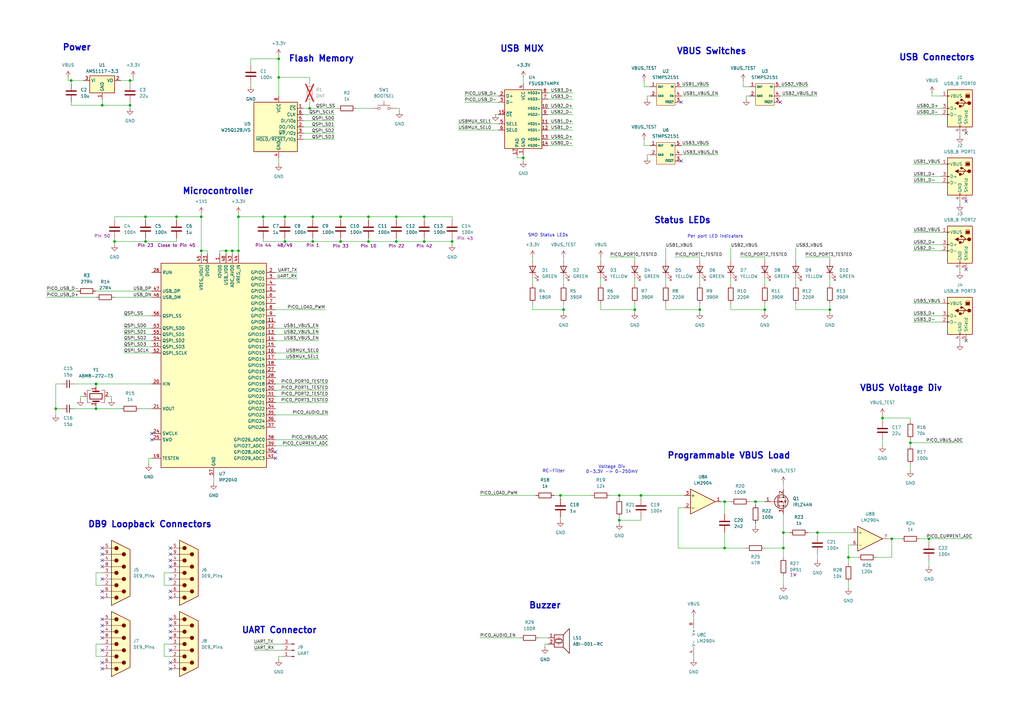
<source format=kicad_sch>
(kicad_sch (version 20250114) (generator "eeschema") (generator_version "9.0")
  (paper "A3")
  (text "DB9 Loopback Connectors" (at 61.468 215.138 0) (effects (font (size 2.54 2.54) (thickness 0.508) (bold yes))))
  (text "Microcontroller" (at 89.408 78.486 0) (effects (font (size 2.54 2.54) (thickness 0.508) (bold yes))))
  (text "Voltage Div\n0-3.3V -> 0-250mV" (at 250.952 192.532 0) (effects (font (size 1.27 1.27))))
  (text "VBUS Switches" (at 291.846 21.082 0) (effects (font (size 2.54 2.54) (thickness 0.508) (bold yes))))
  (text "Per port LED indicators" (at 293.37 97.028 0) (effects (font (size 1.27 1.27))))
  (text "Programmable VBUS Load" (at 298.958 186.944 0) (effects (font (size 2.54 2.54) (thickness 0.508) (bold yes))))
  (text "Power" (at 31.496 19.558 0) (effects (font (size 2.54 2.54) (thickness 0.508) (bold yes))))
  (text "RC-Filter" (at 227.076 193.294 0) (effects (font (size 1.27 1.27))))
  (text "SMD Status LEDs" (at 224.79 96.52 0) (effects (font (size 1.27 1.27))))
  (text "Buzzer" (at 223.52 248.412 0) (effects (font (size 2.54 2.54) (thickness 0.508) (bold yes))))
  (text "Flash Memory" (at 131.826 24.13 0) (effects (font (size 2.54 2.54) (thickness 0.508) (bold yes))))
  (text "Status LEDs" (at 279.908 90.424 0) (effects (font (size 2.54 2.54) (thickness 0.508) (bold yes))))
  (text "USB MUX" (at 214.122 20.066 0) (effects (font (size 2.54 2.54) (thickness 0.508) (bold yes))))
  (text "VBUS Voltage Div" (at 369.57 159.258 0) (effects (font (size 2.54 2.54) (thickness 0.508) (bold yes))))
  (text "UART Connector" (at 114.554 258.572 0) (effects (font (size 2.54 2.54) (thickness 0.508) (bold yes))))
  (text "USB Connectors" (at 384.302 23.622 0) (effects (font (size 2.54 2.54) (thickness 0.508) (bold yes))))
  (junction (at 82.55 102.87))
  (junction (at 97.79 88.9))
  (junction (at 173.99 99.06))
  (junction (at 231.14 127))
  (junction (at 116.84 99.06))
  (junction (at 321.31 218.44))
  (junction (at 92.71 102.87))
  (junction (at 262.89 203.2))
  (junction (at 72.39 88.9))
  (junction (at 335.28 218.44))
  (junction (at 173.99 88.9))
  (junction (at 287.02 127))
  (junction (at 162.56 99.06))
  (junction (at 254 213.36))
  (junction (at 53.34 43.18))
  (junction (at 381 220.98))
  (junction (at 114.3 24.13))
  (junction (at 151.13 88.9))
  (junction (at 128.27 99.06))
  (junction (at 365.76 220.98))
  (junction (at 39.37 167.64))
  (junction (at 97.79 102.87))
  (junction (at 41.91 43.18))
  (junction (at 297.18 205.74))
  (junction (at 297.18 224.79))
  (junction (at 139.7 88.9))
  (junction (at 313.69 127))
  (junction (at 347.98 228.6))
  (junction (at 162.56 88.9))
  (junction (at 107.95 88.9))
  (junction (at 151.13 99.06))
  (junction (at 373.38 181.61))
  (junction (at 82.55 88.9))
  (junction (at 22.86 167.64))
  (junction (at 260.35 127))
  (junction (at 114.3 31.75))
  (junction (at 185.42 99.06))
  (junction (at 53.34 33.02))
  (junction (at 46.99 99.06))
  (junction (at 59.69 99.06))
  (junction (at 321.31 224.79))
  (junction (at 340.36 127))
  (junction (at 214.63 64.77))
  (junction (at 127 44.45))
  (junction (at 139.7 99.06))
  (junction (at 39.37 157.48))
  (junction (at 29.21 33.02))
  (junction (at 59.69 88.9))
  (junction (at 128.27 88.9))
  (junction (at 254 203.2))
  (junction (at 229.87 203.2))
  (junction (at 361.95 171.45))
  (junction (at 116.84 88.9))
  (junction (at 309.88 205.74))
  (junction (at 95.25 102.87))
  (no_connect (at 41.91 271.78))
  (no_connect (at 69.85 245.11))
  (no_connect (at 62.23 180.34))
  (no_connect (at 279.4 41.91))
  (no_connect (at 41.91 261.62))
  (no_connect (at 69.85 256.54))
  (no_connect (at 69.85 224.79))
  (no_connect (at 69.85 271.78))
  (no_connect (at 279.4 66.04))
  (no_connect (at 396.24 54.61))
  (no_connect (at 320.04 41.91))
  (no_connect (at 69.85 259.08))
  (no_connect (at 69.85 254))
  (no_connect (at 41.91 242.57))
  (no_connect (at 113.03 185.42))
  (no_connect (at 41.91 256.54))
  (no_connect (at 41.91 232.41))
  (no_connect (at 41.91 245.11))
  (no_connect (at 41.91 227.33))
  (no_connect (at 69.85 266.7))
  (no_connect (at 69.85 237.49))
  (no_connect (at 113.03 187.96))
  (no_connect (at 41.91 224.79))
  (no_connect (at 69.85 229.87))
  (no_connect (at 41.91 229.87))
  (no_connect (at 69.85 261.62))
  (no_connect (at 41.91 266.7))
  (no_connect (at 396.24 110.49))
  (no_connect (at 396.24 82.55))
  (no_connect (at 41.91 274.32))
  (no_connect (at 69.85 232.41))
  (no_connect (at 69.85 274.32))
  (no_connect (at 62.23 177.8))
  (no_connect (at 41.91 237.49))
  (no_connect (at 41.91 259.08))
  (no_connect (at 396.24 139.7))
  (no_connect (at 69.85 242.57))
  (no_connect (at 41.91 254))
  (no_connect (at 69.85 227.33))
  (wire (pts (xy 67.31 269.24) (xy 69.85 269.24)))
  (wire (pts (xy 266.7 59.69) (xy 264.16 59.69)))
  (wire (pts (xy 231.14 105.41) (xy 231.14 106.68)))
  (wire (pts (xy 25.4 167.64) (xy 22.86 167.64)))
  (wire (pts (xy 361.95 171.45) (xy 361.95 172.72)))
  (wire (pts (xy 250.19 203.2) (xy 254 203.2)))
  (wire (pts (xy 29.21 43.18) (xy 41.91 43.18)))
  (wire (pts (xy 313.69 105.41) (xy 313.69 106.68)))
  (wire (pts (xy 287.02 105.41) (xy 287.02 106.68)))
  (wire (pts (xy 265.43 39.37) (xy 265.43 40.64)))
  (wire (pts (xy 115.57 269.24) (xy 114.3 269.24)))
  (wire (pts (xy 151.13 88.9) (xy 162.56 88.9)))
  (wire (pts (xy 303.53 105.41) (xy 313.69 105.41)))
  (wire (pts (xy 340.36 105.41) (xy 340.36 106.68)))
  (wire (pts (xy 361.95 180.34) (xy 361.95 182.88)))
  (wire (pts (xy 113.03 160.02) (xy 134.62 160.02)))
  (wire (pts (xy 29.21 33.02) (xy 34.29 33.02)))
  (wire (pts (xy 224.79 264.16) (xy 223.52 264.16)))
  (wire (pts (xy 190.5 39.37) (xy 204.47 39.37)))
  (wire (pts (xy 260.35 114.3) (xy 260.35 116.84)))
  (wire (pts (xy 299.72 101.6) (xy 299.72 106.68)))
  (wire (pts (xy 260.35 124.46) (xy 260.35 127)))
  (wire (pts (xy 116.84 88.9) (xy 116.84 90.17)))
  (wire (pts (xy 173.99 97.79) (xy 173.99 99.06)))
  (wire (pts (xy 41.91 40.64) (xy 41.91 43.18)))
  (wire (pts (xy 374.65 100.33) (xy 386.08 100.33)))
  (wire (pts (xy 278.13 224.79) (xy 297.18 224.79)))
  (wire (pts (xy 124.46 46.99) (xy 137.16 46.99)))
  (wire (pts (xy 104.14 266.7) (xy 115.57 266.7)))
  (wire (pts (xy 254 212.09) (xy 254 213.36)))
  (wire (pts (xy 22.86 167.64) (xy 22.86 170.18)))
  (wire (pts (xy 113.03 114.3) (xy 121.92 114.3)))
  (wire (pts (xy 373.38 181.61) (xy 373.38 182.88)))
  (wire (pts (xy 218.44 105.41) (xy 218.44 106.68)))
  (wire (pts (xy 340.36 127) (xy 340.36 128.27)))
  (wire (pts (xy 374.65 129.54) (xy 386.08 129.54)))
  (wire (pts (xy 254 213.36) (xy 254 214.63)))
  (wire (pts (xy 212.09 63.5) (xy 212.09 64.77)))
  (wire (pts (xy 72.39 97.79) (xy 72.39 99.06)))
  (wire (pts (xy 173.99 88.9) (xy 185.42 88.9)))
  (wire (pts (xy 299.72 124.46) (xy 299.72 127)))
  (wire (pts (xy 107.95 97.79) (xy 107.95 99.06)))
  (wire (pts (xy 196.85 261.62) (xy 213.36 261.62)))
  (wire (pts (xy 128.27 88.9) (xy 139.7 88.9)))
  (wire (pts (xy 92.71 102.87) (xy 92.71 104.14)))
  (wire (pts (xy 214.63 63.5) (xy 214.63 64.77)))
  (wire (pts (xy 87.63 195.58) (xy 87.63 198.12)))
  (wire (pts (xy 231.14 124.46) (xy 231.14 127)))
  (wire (pts (xy 196.85 203.2) (xy 219.71 203.2)))
  (wire (pts (xy 67.31 264.16) (xy 67.31 269.24)))
  (wire (pts (xy 124.46 49.53) (xy 137.16 49.53)))
  (wire (pts (xy 85.09 104.14) (xy 85.09 102.87)))
  (wire (pts (xy 229.87 203.2) (xy 242.57 203.2)))
  (wire (pts (xy 347.98 223.52) (xy 349.25 223.52)))
  (wire (pts (xy 102.87 24.13) (xy 102.87 26.67)))
  (wire (pts (xy 185.42 99.06) (xy 185.42 97.79)))
  (wire (pts (xy 124.46 44.45) (xy 127 44.45)))
  (wire (pts (xy 41.91 234.95) (xy 39.37 234.95)))
  (wire (pts (xy 173.99 88.9) (xy 173.99 90.17)))
  (wire (pts (xy 347.98 238.76) (xy 347.98 241.3)))
  (wire (pts (xy 321.31 218.44) (xy 323.85 218.44)))
  (wire (pts (xy 97.79 87.63) (xy 97.79 88.9)))
  (wire (pts (xy 382.27 38.1) (xy 382.27 39.37)))
  (wire (pts (xy 173.99 99.06) (xy 185.42 99.06)))
  (wire (pts (xy 127 34.29) (xy 127 31.75)))
  (wire (pts (xy 393.7 139.7) (xy 393.7 140.97)))
  (wire (pts (xy 234.95 46.99) (xy 224.79 46.99)))
  (wire (pts (xy 214.63 31.75) (xy 214.63 34.29)))
  (wire (pts (xy 374.65 102.87) (xy 386.08 102.87)))
  (wire (pts (xy 114.3 64.77) (xy 114.3 67.31)))
  (wire (pts (xy 393.7 54.61) (xy 393.7 55.88)))
  (wire (pts (xy 321.31 218.44) (xy 321.31 224.79)))
  (wire (pts (xy 104.14 264.16) (xy 115.57 264.16)))
  (wire (pts (xy 313.69 124.46) (xy 313.69 127)))
  (wire (pts (xy 227.33 203.2) (xy 229.87 203.2)))
  (wire (pts (xy 313.69 114.3) (xy 313.69 116.84)))
  (wire (pts (xy 39.37 269.24) (xy 41.91 269.24)))
  (wire (pts (xy 262.89 203.2) (xy 280.67 203.2)))
  (wire (pts (xy 113.03 147.32) (xy 130.81 147.32)))
  (wire (pts (xy 53.34 41.91) (xy 53.34 43.18)))
  (wire (pts (xy 46.99 99.06) (xy 46.99 97.79)))
  (wire (pts (xy 127 31.75) (xy 114.3 31.75)))
  (wire (pts (xy 295.91 205.74) (xy 297.18 205.74)))
  (wire (pts (xy 297.18 218.44) (xy 297.18 224.79)))
  (wire (pts (xy 128.27 99.06) (xy 139.7 99.06)))
  (wire (pts (xy 59.69 99.06) (xy 46.99 99.06)))
  (wire (pts (xy 29.21 41.91) (xy 29.21 43.18)))
  (wire (pts (xy 113.03 127) (xy 133.35 127)))
  (wire (pts (xy 49.53 33.02) (xy 53.34 33.02)))
  (wire (pts (xy 92.71 102.87) (xy 95.25 102.87)))
  (wire (pts (xy 46.99 88.9) (xy 46.99 90.17)))
  (wire (pts (xy 57.15 167.64) (xy 62.23 167.64)))
  (wire (pts (xy 151.13 88.9) (xy 151.13 90.17)))
  (wire (pts (xy 163.83 44.45) (xy 163.83 45.72)))
  (wire (pts (xy 114.3 31.75) (xy 114.3 24.13)))
  (wire (pts (xy 59.69 88.9) (xy 46.99 88.9)))
  (wire (pts (xy 114.3 269.24) (xy 114.3 270.51)))
  (wire (pts (xy 113.03 139.7) (xy 130.81 139.7)))
  (wire (pts (xy 246.38 124.46) (xy 246.38 127)))
  (wire (pts (xy 97.79 88.9) (xy 107.95 88.9)))
  (wire (pts (xy 29.21 34.29) (xy 29.21 33.02)))
  (wire (pts (xy 321.31 198.12) (xy 321.31 200.66)))
  (wire (pts (xy 340.36 114.3) (xy 340.36 116.84)))
  (wire (pts (xy 231.14 127) (xy 231.14 128.27)))
  (wire (pts (xy 30.48 167.64) (xy 39.37 167.64)))
  (wire (pts (xy 299.72 127) (xy 313.69 127)))
  (wire (pts (xy 62.23 187.96) (xy 60.96 187.96)))
  (wire (pts (xy 44.45 162.56) (xy 45.72 162.56)))
  (wire (pts (xy 273.05 124.46) (xy 273.05 127)))
  (wire (pts (xy 39.37 167.64) (xy 39.37 166.37)))
  (wire (pts (xy 365.76 228.6) (xy 359.41 228.6)))
  (wire (pts (xy 113.03 182.88) (xy 134.62 182.88)))
  (wire (pts (xy 33.02 162.56) (xy 33.02 163.83)))
  (wire (pts (xy 102.87 34.29) (xy 102.87 35.56)))
  (wire (pts (xy 54.61 31.75) (xy 54.61 33.02)))
  (wire (pts (xy 19.05 119.38) (xy 31.75 119.38)))
  (wire (pts (xy 85.09 102.87) (xy 82.55 102.87)))
  (wire (pts (xy 365.76 220.98) (xy 365.76 228.6)))
  (wire (pts (xy 321.31 210.82) (xy 321.31 218.44)))
  (wire (pts (xy 39.37 157.48) (xy 39.37 158.75)))
  (wire (pts (xy 151.13 97.79) (xy 151.13 99.06)))
  (wire (pts (xy 266.7 35.56) (xy 264.16 35.56)))
  (wire (pts (xy 307.34 35.56) (xy 304.8 35.56)))
  (wire (pts (xy 279.4 63.5) (xy 294.64 63.5)))
  (wire (pts (xy 273.05 127) (xy 287.02 127)))
  (wire (pts (xy 114.3 24.13) (xy 102.87 24.13)))
  (wire (pts (xy 72.39 99.06) (xy 59.69 99.06)))
  (wire (pts (xy 60.96 187.96) (xy 60.96 190.5)))
  (wire (pts (xy 373.38 190.5) (xy 373.38 193.04)))
  (wire (pts (xy 284.48 252.73) (xy 284.48 254)))
  (wire (pts (xy 116.84 88.9) (xy 128.27 88.9)))
  (wire (pts (xy 284.48 269.24) (xy 284.48 270.51)))
  (wire (pts (xy 39.37 157.48) (xy 62.23 157.48)))
  (wire (pts (xy 234.95 53.34) (xy 224.79 53.34)))
  (wire (pts (xy 69.85 264.16) (xy 67.31 264.16)))
  (wire (pts (xy 187.96 53.34) (xy 204.47 53.34)))
  (wire (pts (xy 234.95 57.15) (xy 224.79 57.15)))
  (wire (pts (xy 279.4 59.69) (xy 290.83 59.69)))
  (wire (pts (xy 128.27 97.79) (xy 128.27 99.06)))
  (wire (pts (xy 139.7 88.9) (xy 139.7 90.17)))
  (wire (pts (xy 53.34 43.18) (xy 53.34 44.45)))
  (wire (pts (xy 304.8 35.56) (xy 304.8 33.02)))
  (wire (pts (xy 220.98 261.62) (xy 224.79 261.62)))
  (wire (pts (xy 373.38 171.45) (xy 373.38 172.72)))
  (wire (pts (xy 331.47 218.44) (xy 335.28 218.44)))
  (wire (pts (xy 262.89 213.36) (xy 262.89 212.09)))
  (wire (pts (xy 116.84 97.79) (xy 116.84 99.06)))
  (wire (pts (xy 313.69 224.79) (xy 321.31 224.79)))
  (wire (pts (xy 45.72 162.56) (xy 45.72 163.83)))
  (wire (pts (xy 162.56 88.9) (xy 162.56 90.17)))
  (wire (pts (xy 309.88 214.63) (xy 309.88 215.9)))
  (wire (pts (xy 279.4 35.56) (xy 290.83 35.56)))
  (wire (pts (xy 273.05 101.6) (xy 273.05 106.68)))
  (wire (pts (xy 27.94 33.02) (xy 29.21 33.02)))
  (wire (pts (xy 365.76 220.98) (xy 369.57 220.98)))
  (wire (pts (xy 382.27 39.37) (xy 386.08 39.37)))
  (wire (pts (xy 374.65 74.93) (xy 386.08 74.93)))
  (wire (pts (xy 72.39 88.9) (xy 72.39 90.17)))
  (wire (pts (xy 46.99 99.06) (xy 46.99 100.33)))
  (wire (pts (xy 330.2 105.41) (xy 340.36 105.41)))
  (wire (pts (xy 97.79 88.9) (xy 97.79 102.87)))
  (wire (pts (xy 297.18 205.74) (xy 297.18 210.82)))
  (wire (pts (xy 374.65 72.39) (xy 386.08 72.39)))
  (wire (pts (xy 107.95 88.9) (xy 116.84 88.9)))
  (wire (pts (xy 287.02 124.46) (xy 287.02 127)))
  (wire (pts (xy 393.7 110.49) (xy 393.7 111.76)))
  (wire (pts (xy 266.7 63.5) (xy 265.43 63.5)))
  (wire (pts (xy 97.79 102.87) (xy 97.79 104.14)))
  (wire (pts (xy 326.39 127) (xy 340.36 127)))
  (wire (pts (xy 162.56 88.9) (xy 173.99 88.9)))
  (wire (pts (xy 313.69 127) (xy 313.69 128.27)))
  (wire (pts (xy 62.23 137.16) (xy 50.8 137.16)))
  (wire (pts (xy 234.95 38.1) (xy 224.79 38.1)))
  (wire (pts (xy 320.04 39.37) (xy 335.28 39.37)))
  (wire (pts (xy 46.99 121.92) (xy 62.23 121.92)))
  (wire (pts (xy 306.07 39.37) (xy 306.07 40.64)))
  (wire (pts (xy 27.94 31.75) (xy 27.94 33.02)))
  (wire (pts (xy 297.18 224.79) (xy 306.07 224.79)))
  (wire (pts (xy 375.92 46.99) (xy 386.08 46.99)))
  (wire (pts (xy 124.46 52.07) (xy 137.16 52.07)))
  (wire (pts (xy 139.7 99.06) (xy 151.13 99.06)))
  (wire (pts (xy 229.87 203.2) (xy 229.87 204.47)))
  (wire (pts (xy 113.03 144.78) (xy 130.81 144.78)))
  (wire (pts (xy 107.95 99.06) (xy 116.84 99.06)))
  (wire (pts (xy 254 203.2) (xy 262.89 203.2)))
  (wire (pts (xy 287.02 114.3) (xy 287.02 116.84)))
  (wire (pts (xy 34.29 162.56) (xy 33.02 162.56)))
  (wire (pts (xy 320.04 35.56) (xy 331.47 35.56)))
  (wire (pts (xy 335.28 227.33) (xy 335.28 229.87)))
  (wire (pts (xy 231.14 114.3) (xy 231.14 116.84)))
  (wire (pts (xy 234.95 50.8) (xy 224.79 50.8)))
  (wire (pts (xy 246.38 105.41) (xy 246.38 106.68)))
  (wire (pts (xy 113.03 162.56) (xy 134.62 162.56)))
  (wire (pts (xy 146.05 44.45) (xy 152.4 44.45)))
  (wire (pts (xy 250.19 105.41) (xy 260.35 105.41)))
  (wire (pts (xy 374.65 95.25) (xy 386.08 95.25)))
  (wire (pts (xy 124.46 57.15) (xy 137.16 57.15)))
  (wire (pts (xy 361.95 171.45) (xy 373.38 171.45)))
  (wire (pts (xy 373.38 181.61) (xy 394.97 181.61)))
  (wire (pts (xy 326.39 124.46) (xy 326.39 127)))
  (wire (pts (xy 113.03 180.34) (xy 134.62 180.34)))
  (wire (pts (xy 113.03 157.48) (xy 134.62 157.48)))
  (wire (pts (xy 321.31 236.22) (xy 321.31 240.03)))
  (wire (pts (xy 90.17 102.87) (xy 92.71 102.87)))
  (wire (pts (xy 113.03 170.18) (xy 134.62 170.18)))
  (wire (pts (xy 39.37 234.95) (xy 39.37 240.03)))
  (wire (pts (xy 335.28 218.44) (xy 349.25 218.44)))
  (wire (pts (xy 375.92 44.45) (xy 386.08 44.45)))
  (wire (pts (xy 162.56 99.06) (xy 173.99 99.06)))
  (wire (pts (xy 49.53 167.64) (xy 39.37 167.64)))
  (wire (pts (xy 260.35 105.41) (xy 260.35 106.68)))
  (wire (pts (xy 127 44.45) (xy 127 41.91)))
  (wire (pts (xy 82.55 102.87) (xy 82.55 88.9)))
  (wire (pts (xy 254 203.2) (xy 254 204.47)))
  (wire (pts (xy 72.39 88.9) (xy 59.69 88.9)))
  (wire (pts (xy 347.98 228.6) (xy 347.98 231.14)))
  (wire (pts (xy 113.03 111.76) (xy 121.92 111.76)))
  (wire (pts (xy 50.8 129.54) (xy 62.23 129.54)))
  (wire (pts (xy 124.46 54.61) (xy 137.16 54.61)))
  (wire (pts (xy 41.91 264.16) (xy 39.37 264.16)))
  (wire (pts (xy 114.3 22.86) (xy 114.3 24.13)))
  (wire (pts (xy 373.38 180.34) (xy 373.38 181.61)))
  (wire (pts (xy 19.05 121.92) (xy 39.37 121.92)))
  (wire (pts (xy 218.44 114.3) (xy 218.44 116.84)))
  (wire (pts (xy 59.69 88.9) (xy 59.69 90.17)))
  (wire (pts (xy 278.13 224.79) (xy 278.13 208.28)))
  (wire (pts (xy 218.44 127) (xy 231.14 127)))
  (wire (pts (xy 22.86 157.48) (xy 22.86 167.64)))
  (wire (pts (xy 90.17 104.14) (xy 90.17 102.87)))
  (wire (pts (xy 264.16 35.56) (xy 264.16 33.02)))
  (wire (pts (xy 374.65 124.46) (xy 386.08 124.46)))
  (wire (pts (xy 246.38 114.3) (xy 246.38 116.84)))
  (wire (pts (xy 234.95 59.69) (xy 224.79 59.69)))
  (wire (pts (xy 229.87 212.09) (xy 229.87 213.36)))
  (wire (pts (xy 278.13 208.28) (xy 280.67 208.28)))
  (wire (pts (xy 113.03 134.62) (xy 130.81 134.62)))
  (wire (pts (xy 113.03 165.1) (xy 134.62 165.1)))
  (wire (pts (xy 212.09 64.77) (xy 214.63 64.77)))
  (wire (pts (xy 307.34 205.74) (xy 309.88 205.74)))
  (wire (pts (xy 377.19 220.98) (xy 381 220.98)))
  (wire (pts (xy 67.31 234.95) (xy 67.31 240.03)))
  (wire (pts (xy 139.7 88.9) (xy 151.13 88.9)))
  (wire (pts (xy 62.23 142.24) (xy 50.8 142.24)))
  (wire (pts (xy 41.91 43.18) (xy 53.34 43.18)))
  (wire (pts (xy 393.7 82.55) (xy 393.7 83.82)))
  (wire (pts (xy 361.95 170.18) (xy 361.95 171.45)))
  (wire (pts (xy 246.38 127) (xy 260.35 127)))
  (wire (pts (xy 260.35 127) (xy 260.35 128.27)))
  (wire (pts (xy 266.7 39.37) (xy 265.43 39.37)))
  (wire (pts (xy 381 220.98) (xy 381 222.25)))
  (wire (pts (xy 54.61 33.02) (xy 53.34 33.02)))
  (wire (pts (xy 297.18 205.74) (xy 299.72 205.74)))
  (wire (pts (xy 162.56 44.45) (xy 163.83 44.45)))
  (wire (pts (xy 218.44 124.46) (xy 218.44 127)))
  (wire (pts (xy 116.84 99.06) (xy 128.27 99.06)))
  (wire (pts (xy 287.02 127) (xy 287.02 128.27)))
  (wire (pts (xy 381 220.98) (xy 398.78 220.98)))
  (wire (pts (xy 309.88 205.74) (xy 309.88 207.01)))
  (wire (pts (xy 347.98 228.6) (xy 347.98 223.52)))
  (wire (pts (xy 127 44.45) (xy 138.43 44.45)))
  (wire (pts (xy 381 229.87) (xy 381 232.41)))
  (wire (pts (xy 273.05 114.3) (xy 273.05 116.84)))
  (wire (pts (xy 82.55 87.63) (xy 82.55 88.9)))
  (wire (pts (xy 39.37 240.03) (xy 41.91 240.03)))
  (wire (pts (xy 69.85 234.95) (xy 67.31 234.95)))
  (wire (pts (xy 114.3 39.37) (xy 114.3 31.75)))
  (wire (pts (xy 25.4 157.48) (xy 22.86 157.48)))
  (wire (pts (xy 95.25 102.87) (xy 95.25 104.14)))
  (wire (pts (xy 128.27 88.9) (xy 128.27 90.17)))
  (wire (pts (xy 321.31 224.79) (xy 321.31 228.6)))
  (wire (pts (xy 364.49 220.98) (xy 365.76 220.98)))
  (wire (pts (xy 185.42 99.06) (xy 185.42 100.33)))
  (wire (pts (xy 374.65 132.08) (xy 386.08 132.08)))
  (wire (pts (xy 351.79 228.6) (xy 347.98 228.6)))
  (wire (pts (xy 254 213.36) (xy 262.89 213.36)))
  (wire (pts (xy 62.23 144.78) (xy 50.8 144.78)))
  (wire (pts (xy 53.34 33.02) (xy 53.34 34.29)))
  (wire (pts (xy 234.95 40.64) (xy 224.79 40.64)))
  (wire (pts (xy 265.43 63.5) (xy 265.43 64.77)))
  (wire (pts (xy 39.37 264.16) (xy 39.37 269.24)))
  (wire (pts (xy 67.31 240.03) (xy 69.85 240.03)))
  (wire (pts (xy 190.5 41.91) (xy 204.47 41.91)))
  (wire (pts (xy 223.52 264.16) (xy 223.52 265.43)))
  (wire (pts (xy 62.23 139.7) (xy 50.8 139.7)))
  (wire (pts (xy 262.89 203.2) (xy 262.89 204.47)))
  (wire (pts (xy 309.88 205.74) (xy 313.69 205.74)))
  (wire (pts (xy 187.96 50.8) (xy 204.47 50.8)))
  (wire (pts (xy 162.56 97.79) (xy 162.56 99.06)))
  (wire (pts (xy 299.72 114.3) (xy 299.72 116.84)))
  (wire (pts (xy 214.63 64.77) (xy 214.63 66.04)))
  (wire (pts (xy 279.4 39.37) (xy 294.64 39.37)))
  (wire (pts (xy 374.65 67.31) (xy 386.08 67.31)))
  (wire (pts (xy 113.03 137.16) (xy 130.81 137.16)))
  (wire (pts (xy 326.39 101.6) (xy 326.39 106.68)))
  (wire (pts (xy 326.39 114.3) (xy 326.39 116.84)))
  (wire (pts (xy 62.23 134.62) (xy 50.8 134.62)))
  (wire (pts (xy 204.47 46.99) (xy 203.2 46.99)))
  (wire (pts (xy 276.86 105.41) (xy 287.02 105.41)))
  (wire (pts (xy 234.95 44.45) (xy 224.79 44.45)))
  (wire (pts (xy 95.25 102.87) (xy 97.79 102.87)))
  (wire (pts (xy 335.28 218.44) (xy 335.28 219.71)))
  (wire (pts (xy 139.7 97.79) (xy 139.7 99.06)))
  (wire (pts (xy 82.55 102.87) (xy 82.55 104.14)))
  (wire (pts (xy 82.55 88.9) (xy 72.39 88.9)))
  (wire (pts (xy 185.42 88.9) (xy 185.42 90.17)))
  (wire (pts (xy 151.13 99.06) (xy 162.56 99.06)))
  (wire (pts (xy 264.16 59.69) (xy 264.16 57.15)))
  (wire (pts (xy 39.37 119.38) (xy 62.23 119.38)))
  (wire (pts (xy 340.36 124.46) (xy 340.36 127)))
  (wire (pts (xy 307.34 39.37) (xy 306.07 39.37)))
  (wire (pts (xy 59.69 99.06) (xy 59.69 97.79)))
  (wire (pts (xy 30.48 157.48) (xy 39.37 157.48)))
  (wire (pts (xy 107.95 88.9) (xy 107.95 90.17)))
  (label "PICO_PORT1_TESTED" (at 134.62 160.02 180))
  (label "PICO_PORT2_TESTED" (at 134.62 162.56 180))
  (label "USB2_VBUS" (at 331.47 35.56 180))
  (label "QSPI_SD1" (at 50.8 137.16 0))
  (label "PICO_PORT3_TESTED" (at 134.62 165.1 180))
  (label "PICO_LOAD_PWM" (at 133.35 127 180))
  (label "QSPI_SCLK" (at 50.8 144.78 0))
  (label "USBMUX_SEL1" (at 130.81 147.32 180))
  (label "USB2_VBUS_EN" (at 335.28 39.37 180))
  (label "PICO_LOAD_PWM" (at 196.85 203.2 0))
  (label "USB1_D+" (at 374.65 72.39 0))
  (label "QSPI_SS" (at 129.54 44.45 0))
  (label "PICO_VBUS_ADC" (at 394.97 181.61 180))
  (label "USB3_D+" (at 374.65 129.54 0))
  (label "USB1_VBUS" (at 290.83 35.56 180))
  (label "PICO_PORT2_TESTED" (at 303.53 105.41 0))
  (label "PICO_USB_D+" (at 190.5 39.37 0))
  (label "USB0_D+" (at 375.92 44.45 0))
  (label "PICO_CURRENT_ADC" (at 398.78 220.98 180))
  (label "USB2_VBUS" (at 374.65 95.25 0))
  (label "USB2_VBUS" (at 299.72 101.6 0))
  (label "USB1_D+" (at 234.95 50.8 180))
  (label "PICO_AUDIO_EN" (at 196.85 261.62 0))
  (label "USB0_D-" (at 234.95 59.69 180))
  (label "USB1_D-" (at 234.95 53.34 180))
  (label "USB3_VBUS" (at 290.83 59.69 180))
  (label "QSPI_SS" (at 50.8 129.54 0))
  (label "USB3_D+" (at 234.95 38.1 180))
  (label "USB3_VBUS" (at 326.39 101.6 0))
  (label "USBMUX_SEL0" (at 130.81 144.78 180))
  (label "PICO_PORT0_TESTED" (at 134.62 157.48 180))
  (label "USB1_VBUS_EN" (at 130.81 134.62 180))
  (label "USB3_VBUS" (at 374.65 124.46 0))
  (label "QSPI_SCLK" (at 137.16 46.99 180))
  (label "QSPI_SD3" (at 137.16 57.15 180))
  (label "PICO_USB_D-" (at 190.5 41.91 0))
  (label "PICO_CURRENT_ADC" (at 134.62 182.88 180))
  (label "QSPI_SD2" (at 50.8 139.7 0))
  (label "USB2_D-" (at 234.95 46.99 180))
  (label "PICO_PORT3_TESTED" (at 330.2 105.41 0))
  (label "PICO_PORT0_TESTED" (at 250.19 105.41 0))
  (label "USB1_VBUS" (at 374.65 67.31 0))
  (label "PICO_PORT1_TESTED" (at 276.86 105.41 0))
  (label "USB_DN" (at 54.61 121.92 0))
  (label "USB3_VBUS_EN" (at 294.64 63.5 180))
  (label "USB0_D-" (at 375.92 46.99 0))
  (label "USB3_D-" (at 234.95 40.64 180))
  (label "QSPI_SD1" (at 137.16 52.07 180))
  (label "QSPI_SD2" (at 137.16 54.61 180))
  (label "QSPI_SD0" (at 137.16 49.53 180))
  (label "USB2_D-" (at 374.65 102.87 0))
  (label "USBMUX_SEL0" (at 187.96 53.34 0))
  (label "PICO_USB_D-" (at 19.05 119.38 0))
  (label "QSPI_SD3" (at 50.8 142.24 0))
  (label "USB3_D-" (at 374.65 132.08 0))
  (label "USB1_D-" (at 374.65 74.93 0))
  (label "USBMUX_SEL1" (at 187.96 50.8 0))
  (label "USB1_VBUS_EN" (at 294.64 39.37 180))
  (label "USB2_D+" (at 234.95 44.45 180))
  (label "USB_DP" (at 54.61 119.38 0))
  (label "QSPI_SD0" (at 50.8 134.62 0))
  (label "USB0_D+" (at 234.95 57.15 180))
  (label "USB2_D+" (at 374.65 100.33 0))
  (label "PICO_AUDIO_EN" (at 134.62 170.18 180))
  (label "UART_RX" (at 104.14 266.7 0))
  (label "USB2_VBUS_EN" (at 130.81 137.16 180))
  (label "UART_TX" (at 104.14 264.16 0))
  (label "USB1_VBUS" (at 273.05 101.6 0))
  (label "UART_RX" (at 121.92 114.3 180))
  (label "PICO_USB_D+" (at 19.05 121.92 0))
  (label "PICO_VBUS_ADC" (at 134.62 180.34 180))
  (label "UART_TX" (at 121.92 111.76 180))
  (label "USB3_VBUS_EN" (at 130.81 139.7 180))
  (symbol (lib_id "power:GND") (at 46.99 100.33 0) (unit 1)
    (property "Reference" "#PWR022" (effects (hide yes)))
    (property "Value" "GND" (at 46.99 105.41 0))
    (property "Description" "Power symbol creates a global label with name \"GND\" , ground" (effects (hide yes)))
  )
  (symbol (lib_id "Device:R") (at 231.14 120.65 0) (unit 1)
    (property "Reference" "R5" (at 233.68 119.3799 0) (effects (justify left)))
    (property "Value" "390R" (at 233.68 121.9199 0) (effects (justify left)))
    (property "Footprint" "Resistor_SMD:R_0603_1608Metric_Pad0.98x0.95mm_HandSolder" (effects (hide yes)))
    (property "Description" "Resistor" (effects (hide yes)))
  )
  (symbol (lib_id "Device:R") (at 321.31 232.41 0) (unit 1)
    (property "Reference" "R27" (at 323.85 231.1399 0) (effects (justify left)))
    (property "Value" "0R51" (at 323.85 233.6799 0) (effects (justify left)))
    (property "Footprint" "Resistor_THT:R_Axial_DIN0309_L9.0mm_D3.2mm_P15.24mm_Horizontal" (effects (hide yes)))
    (property "Description" "1W" (at 325.374 235.712 0))
  )
  (symbol (lib_id "Amplifier_Operational:LM2904") (at 356.87 220.98 0) (unit 2)
    (property "Reference" "U8" (at 356.87 210.82 0))
    (property "Value" "LM2904" (at 356.87 213.36 0))
    (property "Footprint" "Package_DIP:DIP-8_W7.62mm" (effects (hide yes)))
    (property "Datasheet" "http://www.ti.com/lit/ds/symlink/lm358.pdf" (effects (hide yes)))
    (property "Description" "Dual Operational Amplifiers, DIP-8/SOIC-8/TSSOP-8/VSSOP-8" (effects (hide yes)))
  )
  (symbol (lib_id "power:+3.3V") (at 114.3 22.86 0) (unit 1)
    (property "Reference" "#PWR01" (effects (hide yes)))
    (property "Value" "+3.3V" (at 114.3 17.78 0))
    (property "Description" "Power symbol creates a global label with name \"+3.3V\"" (effects (hide yes)))
  )
  (symbol (lib_id "Device:R") (at 303.53 205.74 90) (unit 1)
    (property "Reference" "R20" (at 303.53 199.39 90))
    (property "Value" "100R" (at 303.53 201.93 90))
    (property "Footprint" "Resistor_SMD:R_0603_1608Metric_Pad0.98x0.95mm_HandSolder" (effects (hide yes)))
    (property "Description" "Resistor" (effects (hide yes)))
  )
  (symbol (lib_id "Device:R") (at 355.6 228.6 90) (unit 1)
    (property "Reference" "R26" (at 355.6 231.902 90))
    (property "Value" "120k" (at 355.6 234.442 90))
    (property "Footprint" "Resistor_SMD:R_0603_1608Metric_Pad0.98x0.95mm_HandSolder" (effects (hide yes)))
    (property "Description" "Resistor" (effects (hide yes)))
  )
  (symbol (lib_id "Device:C") (at 185.42 93.98 0) (unit 1)
    (property "Reference" "C14" (at 189.23 92.7099 0) (effects (justify left)))
    (property "Value" "100n" (at 189.23 95.2499 0) (effects (justify left)))
    (property "Footprint" "Capacitor_SMD:C_0603_1608Metric_Pad1.08x0.95mm_HandSolder" (effects (hide yes)))
    (property "Description" "Pin 43" (at 190.754 97.79 0))
  )
  (symbol (lib_id "Device:C") (at 297.18 214.63 0) (unit 1)
    (property "Reference" "C20" (at 300.99 213.3599 0) (effects (justify left)))
    (property "Value" "2n2" (at 300.99 215.8999 0) (effects (justify left)))
    (property "Footprint" "Capacitor_SMD:C_0402_1005Metric_Pad0.74x0.62mm_HandSolder" (effects (hide yes)))
    (property "Description" "Unpolarized capacitor" (effects (hide yes)))
  )
  (symbol (lib_id "power:GND") (at 260.35 128.27 0) (unit 1)
    (property "Reference" "#PWR029" (effects (hide yes)))
    (property "Value" "GND" (at 260.35 133.35 0))
    (property "Description" "Power symbol creates a global label with name \"GND\" , ground" (effects (hide yes)))
  )
  (symbol (lib_id "power:GND") (at 60.96 190.5 0) (unit 1)
    (property "Reference" "#PWR039" (effects (hide yes)))
    (property "Value" "GND" (at 60.96 195.58 0))
    (property "Description" "Power symbol creates a global label with name \"GND\" , ground" (effects (hide yes)))
  )
  (symbol (lib_id "power:GND") (at 335.28 229.87 0) (unit 1)
    (property "Reference" "#PWR046" (effects (hide yes)))
    (property "Value" "GND" (at 335.28 234.95 0))
    (property "Description" "Power symbol creates a global label with name \"GND\" , ground" (effects (hide yes)))
  )
  (symbol (lib_id "Connector:USB_B") (at 393.7 44.45 0) (mirror y) (unit 1)
    (property "Reference" "J1" (at 393.7 31.75 0))
    (property "Value" "USB_B PORT0" (at 393.7 34.29 0))
    (property "Footprint" "My_Library:USB_B_Vertical" (effects (hide yes)))
    (property "Description" "USB Type B connector" (effects (hide yes)))
  )
  (symbol (lib_id "power:GND") (at 393.7 140.97 0) (unit 1)
    (property "Reference" "#PWR033" (effects (hide yes)))
    (property "Value" "GND" (effects (hide yes)))
    (property "Description" "Power symbol creates a global label with name \"GND\" , ground" (effects (hide yes)))
  )
  (symbol (lib_id "power:+3.3V") (at 54.61 31.75 0) (unit 1)
    (property "Reference" "#PWR03" (effects (hide yes)))
    (property "Value" "+3.3V" (at 54.61 26.67 0))
    (property "Description" "Power symbol creates a global label with name \"+3.3V\"" (effects (hide yes)))
  )
  (symbol (lib_id "power:GND") (at 231.14 128.27 0) (unit 1)
    (property "Reference" "#PWR028" (effects (hide yes)))
    (property "Value" "GND" (at 231.14 133.35 0))
    (property "Description" "Power symbol creates a global label with name \"GND\" , ground" (effects (hide yes)))
  )
  (symbol (lib_id "Device:R") (at 373.38 186.69 0) (unit 1)
    (property "Reference" "R17" (at 375.92 185.4199 0) (effects (justify left)))
    (property "Value" "100k" (at 375.92 187.9599 0) (effects (justify left)))
    (property "Footprint" "Resistor_SMD:R_0603_1608Metric_Pad0.98x0.95mm_HandSolder" (effects (hide yes)))
    (property "Description" "Resistor" (effects (hide yes)))
  )
  (symbol (lib_id "power:GND") (at 114.3 67.31 0) (unit 1)
    (property "Reference" "#PWR018" (effects (hide yes)))
    (property "Value" "GND" (at 114.3 72.39 0))
    (property "Description" "Power symbol creates a global label with name \"GND\" , ground" (effects (hide yes)))
  )
  (symbol (lib_id "Amplifier_Operational:LM2904") (at 287.02 261.62 0) (unit 3)
    (property "Reference" "U8" (at 285.75 260.3499 0) (effects (justify left)))
    (property "Value" "LM2904" (at 285.75 262.8899 0) (effects (justify left)))
    (property "Footprint" "Package_DIP:DIP-8_W7.62mm" (effects (hide yes)))
    (property "Datasheet" "http://www.ti.com/lit/ds/symlink/lm358.pdf" (effects (hide yes)))
    (property "Description" "Dual Operational Amplifiers, DIP-8/SOIC-8/TSSOP-8/VSSOP-8" (effects (hide yes)))
  )
  (symbol (lib_id "Device:R") (at 273.05 120.65 0) (unit 1)
    (property "Reference" "R8" (at 275.59 119.3799 0) (effects (justify left)))
    (property "Value" "220R" (at 275.59 121.9199 0) (effects (justify left)))
    (property "Footprint" "Resistor_SMD:R_0603_1608Metric_Pad0.98x0.95mm_HandSolder" (effects (hide yes)))
    (property "Description" "Resistor" (effects (hide yes)))
  )
  (symbol (lib_id "power:VBUS") (at 304.8 33.02 0) (unit 1)
    (property "Reference" "#PWR06" (effects (hide yes)))
    (property "Value" "VBUS_TEST" (at 304.8 27.94 0))
    (property "Description" "Power symbol creates a global label with name \"VBUS\"" (effects (hide yes)))
  )
  (symbol (lib_id "Device:R") (at 217.17 261.62 90) (unit 1)
    (property "Reference" "R29" (at 217.17 255.27 90))
    (property "Value" "100R" (at 217.17 257.81 90))
    (property "Footprint" "Resistor_SMD:R_0603_1608Metric_Pad0.98x0.95mm_HandSolder" (effects (hide yes)))
    (property "Description" "Resistor" (effects (hide yes)))
  )
  (symbol (lib_id "Connector:USB_B") (at 393.7 72.39 0) (mirror y) (unit 1)
    (property "Reference" "J2" (at 393.7 59.69 0))
    (property "Value" "USB_B PORT1" (at 393.7 62.23 0))
    (property "Footprint" "My_Library:USB_B_Vertical" (effects (hide yes)))
    (property "Description" "USB Type B connector" (effects (hide yes)))
  )
  (symbol (lib_id "Switch:SW_Push") (at 157.48 44.45 0) (unit 1)
    (property "Reference" "SW1" (at 157.48 36.83 0))
    (property "Value" "BOOTSEL" (at 157.48 39.37 0))
    (property "Footprint" "Button_Switch_SMD:SW_SPST_PTS645Sx43SMTR92" (effects (hide yes)))
    (property "Description" "Push button switch, generic, two pins" (effects (hide yes)))
  )
  (symbol (lib_id "power:GND") (at 185.42 100.33 0) (unit 1)
    (property "Reference" "#PWR023" (effects (hide yes)))
    (property "Value" "GND" (at 185.42 105.41 0))
    (property "Description" "Power symbol creates a global label with name \"GND\" , ground" (effects (hide yes)))
  )
  (symbol (lib_id "power:VBUS") (at 27.94 31.75 0) (unit 1)
    (property "Reference" "#PWR02" (effects (hide yes)))
    (property "Value" "VBUS" (at 27.94 26.67 0))
    (property "Description" "Power symbol creates a global label with name \"VBUS\"" (effects (hide yes)))
  )
  (symbol (lib_id "Device:Speaker_Crystal") (at 229.87 261.62 0) (unit 1)
    (property "Reference" "LS1" (at 234.95 261.6199 0) (effects (justify left)))
    (property "Value" "ABI-001-RC" (at 234.95 264.1599 0) (effects (justify left)))
    (property "Footprint" "Buzzer_Beeper:Buzzer_15x7.5RM7.6" (effects (hide yes)))
    (property "Description" "Crystal speaker/transducer" (effects (hide yes)))
  )
  (symbol (lib_id "power:GND") (at 340.36 128.27 0) (unit 1)
    (property "Reference" "#PWR032" (effects (hide yes)))
    (property "Value" "GND" (at 340.36 133.35 0))
    (property "Description" "Power symbol creates a global label with name \"GND\" , ground" (effects (hide yes)))
  )
  (symbol (lib_id "Device:R") (at 287.02 120.65 0) (unit 1)
    (property "Reference" "R9" (at 289.56 119.3799 0) (effects (justify left)))
    (property "Value" "390R" (at 289.56 121.9199 0) (effects (justify left)))
    (property "Footprint" "Resistor_SMD:R_0603_1608Metric_Pad0.98x0.95mm_HandSolder" (effects (hide yes)))
    (property "Description" "Resistor" (effects (hide yes)))
  )
  (symbol (lib_id "Device:R") (at 218.44 120.65 0) (unit 1)
    (property "Reference" "R4" (at 220.98 119.3799 0) (effects (justify left)))
    (property "Value" "180R" (at 220.98 121.9199 0) (effects (justify left)))
    (property "Footprint" "Resistor_SMD:R_0603_1608Metric_Pad0.98x0.95mm_HandSolder" (effects (hide yes)))
    (property "Description" "Resistor" (effects (hide yes)))
  )
  (symbol (lib_id "power:VBUS") (at 264.16 57.15 0) (unit 1)
    (property "Reference" "#PWR015" (effects (hide yes)))
    (property "Value" "VBUS_TEST" (at 264.16 52.07 0))
    (property "Description" "Power symbol creates a global label with name \"VBUS\"" (effects (hide yes)))
  )
  (symbol (lib_id "Memory_Flash:W25Q128JVS") (at 114.3 52.07 0) (mirror y) (unit 1)
    (property "Reference" "U5" (at 102.87 50.7999 0) (effects (justify left)))
    (property "Value" "W25Q128JVS" (at 102.87 53.3399 0) (effects (justify left)))
    (property "Footprint" "Package_SO:SOIC-8_5.3x5.3mm_P1.27mm" (effects (hide yes)))
    (property "Datasheet" "https://www.winbond.com/resource-files/w25q128jv_dtr%20revc%2003272018%20plus.pdf" (effects (hide yes)))
    (property "Description" "128Mbit / 16MiB Serial Flash Memory, Standard/Dual/Quad SPI, 2.7-3.6V, SOIC-8" (effects (hide yes)))
  )
  (symbol (lib_id "Device:C") (at 381 226.06 0) (unit 1)
    (property "Reference" "C22" (at 384.81 224.7899 0) (effects (justify left)))
    (property "Value" "100n" (at 384.81 227.3299 0) (effects (justify left)))
    (property "Footprint" "Capacitor_SMD:C_0603_1608Metric_Pad1.08x0.95mm_HandSolder" (effects (hide yes)))
    (property "Description" "Unpolarized capacitor" (effects (hide yes)))
  )
  (symbol (lib_id "power:GND") (at 114.3 270.51 0) (unit 1)
    (property "Reference" "#PWR052" (effects (hide yes)))
    (property "Value" "GND" (at 114.3 275.59 0))
    (property "Description" "Power symbol creates a global label with name \"GND\" , ground" (effects (hide yes)))
  )
  (symbol (lib_id "Device:R") (at 246.38 120.65 0) (unit 1)
    (property "Reference" "R6" (at 248.92 119.3799 0) (effects (justify left)))
    (property "Value" "220R" (at 248.92 121.9199 0) (effects (justify left)))
    (property "Footprint" "Resistor_SMD:R_0603_1608Metric_Pad0.98x0.95mm_HandSolder" (effects (hide yes)))
    (property "Description" "Resistor" (effects (hide yes)))
  )
  (symbol (lib_id "Device:R") (at 327.66 218.44 90) (unit 1)
    (property "Reference" "R23" (at 327.66 212.09 90))
    (property "Value" "1k" (at 327.66 214.63 90))
    (property "Footprint" "Resistor_SMD:R_0603_1608Metric_Pad0.98x0.95mm_HandSolder" (effects (hide yes)))
    (property "Description" "Resistor" (effects (hide yes)))
  )
  (symbol (lib_id "Device:R") (at 142.24 44.45 90) (unit 1)
    (property "Reference" "R2" (at 142.24 38.1 90))
    (property "Value" "1k" (at 142.24 40.64 90))
    (property "Footprint" "Resistor_SMD:R_0603_1608Metric_Pad0.98x0.95mm_HandSolder" (effects (hide yes)))
    (property "Description" "Resistor" (effects (hide yes)))
  )
  (symbol (lib_id "Device:R") (at 299.72 120.65 0) (unit 1)
    (property "Reference" "R10" (at 302.26 119.3799 0) (effects (justify left)))
    (property "Value" "220R" (at 302.26 121.9199 0) (effects (justify left)))
    (property "Footprint" "Resistor_SMD:R_0603_1608Metric_Pad0.98x0.95mm_HandSolder" (effects (hide yes)))
    (property "Description" "Resistor" (effects (hide yes)))
  )
  (symbol (lib_id "Device:C") (at 139.7 93.98 0) (unit 1)
    (property "Reference" "C10" (at 143.51 92.7099 0) (effects (justify left)))
    (property "Value" "100n" (at 143.51 95.2499 0) (effects (justify left)))
    (property "Footprint" "Capacitor_SMD:C_0603_1608Metric_Pad1.08x0.95mm_HandSolder" (effects (hide yes)))
    (property "Description" "Pin 33" (at 139.7 100.838 0))
  )
  (symbol (lib_id "My_Library:FSUSB74MPX") (at 214.63 44.45 0) (unit 1)
    (property "Reference" "U4" (at 216.7733 31.75 0) (effects (justify left)))
    (property "Value" "FSUSB74MPX" (at 216.7733 34.29 0) (effects (justify left)))
    (property "Footprint" "Package_DFN_QFN:QFN-16-1EP_3x3mm_P0.5mm_EP1.7x1.7mm_ThermalVias" (effects (hide yes)))
    (property "Datasheet" "https://www.farnell.com/datasheets/2724452.pdf" (effects (hide yes)))
    (property "Description" "4:1 High-Speed USB Multiplexer/Switch" (effects (hide yes)))
  )
  (symbol (lib_id "Device:C") (at 116.84 93.98 0) (unit 1)
    (property "Reference" "C8" (at 120.65 92.7099 0) (effects (justify left)))
    (property "Value" "100n" (at 120.65 95.2499 0) (effects (justify left)))
    (property "Footprint" "Capacitor_SMD:C_0603_1608Metric_Pad1.08x0.95mm_HandSolder" (effects (hide yes)))
    (property "Description" "48/49" (at 116.84 100.584 0))
  )
  (symbol (lib_id "Amplifier_Operational:LM2904") (at 288.29 205.74 0) (unit 1)
    (property "Reference" "U8" (at 288.29 195.58 0))
    (property "Value" "LM2904" (at 288.29 198.12 0))
    (property "Footprint" "Package_DIP:DIP-8_W7.62mm" (effects (hide yes)))
    (property "Datasheet" "http://www.ti.com/lit/ds/symlink/lm358.pdf" (effects (hide yes)))
    (property "Description" "Dual Operational Amplifiers, DIP-8/SOIC-8/TSSOP-8/VSSOP-8" (effects (hide yes)))
  )
  (symbol (lib_id "Device:C") (at 162.56 93.98 0) (unit 1)
    (property "Reference" "C12" (at 166.37 92.7099 0) (effects (justify left)))
    (property "Value" "100n" (at 166.37 95.2499 0) (effects (justify left)))
    (property "Footprint" "Capacitor_SMD:C_0603_1608Metric_Pad1.08x0.95mm_HandSolder" (effects (hide yes)))
    (property "Description" "Pin 22" (at 162.56 100.838 0))
  )
  (symbol (lib_id "Connector:USB_B") (at 393.7 129.54 0) (mirror y) (unit 1)
    (property "Reference" "J4" (at 393.7 116.84 0))
    (property "Value" "USB_B PORT3" (at 393.7 119.38 0))
    (property "Footprint" "My_Library:USB_B_Vertical" (effects (hide yes)))
    (property "Description" "USB Type B connector" (effects (hide yes)))
  )
  (symbol (lib_id "Device:LED") (at 299.72 110.49 90) (unit 1)
    (property "Reference" "D7" (at 303.53 110.8074 90) (effects (justify right)))
    (property "Value" "YELLOW" (at 303.53 113.3474 90) (effects (justify right)))
    (property "Footprint" "LED_THT:LED_D3.0mm" (effects (hide yes)))
    (property "Description" "Light emitting diode" (effects (hide yes)))
    (property "Sim.Pins" "1=K 2=A" (effects (hide yes)))
  )
  (symbol (lib_id "power:+3.3V") (at 218.44 105.41 0) (unit 1)
    (property "Reference" "#PWR024" (effects (hide yes)))
    (property "Value" "+3.3V" (at 218.44 100.33 0))
    (property "Description" "Power symbol creates a global label with name \"+3.3V\"" (effects (hide yes)))
  )
  (symbol (lib_id "Device:R") (at 340.36 120.65 0) (unit 1)
    (property "Reference" "R13" (at 342.9 119.3799 0) (effects (justify left)))
    (property "Value" "390R" (at 342.9 121.9199 0) (effects (justify left)))
    (property "Footprint" "Resistor_SMD:R_0603_1608Metric_Pad0.98x0.95mm_HandSolder" (effects (hide yes)))
    (property "Description" "Resistor" (effects (hide yes)))
  )
  (symbol (lib_id "power:VBUS") (at 361.95 170.18 0) (unit 1)
    (property "Reference" "#PWR037" (effects (hide yes)))
    (property "Value" "VBUS_TEST" (at 361.95 165.1 0))
    (property "Description" "Power symbol creates a global label with name \"VBUS\"" (effects (hide yes)))
  )
  (symbol (lib_id "power:GND") (at 306.07 40.64 0) (unit 1)
    (property "Reference" "#PWR010" (effects (hide yes)))
    (property "Value" "GND" (effects (hide yes)))
    (property "Description" "Power symbol creates a global label with name \"GND\" , ground" (effects (hide yes)))
  )
  (symbol (lib_id "power:VBUS") (at 321.31 198.12 0) (unit 1)
    (property "Reference" "#PWR042" (effects (hide yes)))
    (property "Value" "VBUS_TEST" (at 321.31 193.04 0))
    (property "Description" "Power symbol creates a global label with name \"VBUS\"" (effects (hide yes)))
  )
  (symbol (lib_id "Device:R") (at 373.38 176.53 0) (unit 1)
    (property "Reference" "R16" (at 375.92 175.2599 0) (effects (justify left)))
    (property "Value" "70k" (at 375.92 177.7999 0) (effects (justify left)))
    (property "Footprint" "Resistor_SMD:R_0603_1608Metric_Pad0.98x0.95mm_HandSolder" (effects (hide yes)))
    (property "Description" "Resistor" (effects (hide yes)))
  )
  (symbol (lib_id "Transistor_FET:IRLZ44N") (at 318.77 205.74 0) (unit 1)
    (property "Reference" "Q1" (at 325.12 204.4699 0) (effects (justify left)))
    (property "Value" "IRLZ44N" (at 325.12 207.0099 0) (effects (justify left)))
    (property "Footprint" "Package_TO_SOT_THT:TO-220-3_Vertical" (effects (hide yes)))
    (property "Datasheet" "http://www.irf.com/product-info/datasheets/data/irlz44n.pdf" (effects (hide yes)))
    (property "Description" "47A Id, 55V Vds, 22mOhm Rds Single N-Channel HEXFET Power MOSFET, TO-220AB" (effects (hide yes)))
  )
  (symbol (lib_id "power:GND") (at 393.7 83.82 0) (unit 1)
    (property "Reference" "#PWR019" (effects (hide yes)))
    (property "Value" "GND" (effects (hide yes)))
    (property "Description" "Power symbol creates a global label with name \"GND\" , ground" (effects (hide yes)))
  )
  (symbol (lib_id "Device:Crystal_GND24") (at 39.37 162.56 270) (unit 1)
    (property "Reference" "Y1" (at 39.37 151.638 90))
    (property "Value" "ABM8-272-T3" (at 39.37 154.178 90))
    (property "Footprint" "Crystal:Crystal_SMD_Abracon_ABM8G-4Pin_3.2x2.5mm" (effects (hide yes)))
    (property "Description" "Four pin crystal, GND on pins 2 and 4" (effects (hide yes)))
  )
  (symbol (lib_id "Device:C") (at 361.95 176.53 0) (unit 1)
    (property "Reference" "C17" (at 365.76 175.2599 0) (effects (justify left)))
    (property "Value" "22u" (at 365.76 177.7999 0) (effects (justify left)))
    (property "Footprint" "Capacitor_SMD:C_1206_3216Metric_Pad1.33x1.80mm_HandSolder" (effects (hide yes)))
    (property "Description" "Unpolarized capacitor" (effects (hide yes)))
  )
  (symbol (lib_id "Device:R") (at 246.38 203.2 90) (unit 1)
    (property "Reference" "R19" (at 246.38 196.85 90))
    (property "Value" "12k" (at 246.38 199.39 90))
    (property "Footprint" "Resistor_SMD:R_0603_1608Metric_Pad0.98x0.95mm_HandSolder" (effects (hide yes)))
    (property "Description" "Resistor" (effects (hide yes)))
  )
  (symbol (lib_id "power:GND") (at 223.52 265.43 0) (unit 1)
    (property "Reference" "#PWR051" (effects (hide yes)))
    (property "Value" "GND" (at 223.52 270.51 0))
    (property "Description" "Power symbol creates a global label with name \"GND\" , ground" (effects (hide yes)))
  )
  (symbol (lib_id "Device:R") (at 260.35 120.65 0) (unit 1)
    (property "Reference" "R7" (at 262.89 119.3799 0) (effects (justify left)))
    (property "Value" "390R" (at 262.89 121.9199 0) (effects (justify left)))
    (property "Footprint" "Resistor_SMD:R_0603_1608Metric_Pad0.98x0.95mm_HandSolder" (effects (hide yes)))
    (property "Description" "Resistor" (effects (hide yes)))
  )
  (symbol (lib_id "Device:C") (at 335.28 223.52 0) (unit 1)
    (property "Reference" "C21" (at 339.09 222.2499 0) (effects (justify left)))
    (property "Value" "100n" (at 339.09 224.7899 0) (effects (justify left)))
    (property "Footprint" "Capacitor_SMD:C_0603_1608Metric_Pad1.08x0.95mm_HandSolder" (effects (hide yes)))
    (property "Description" "Unpolarized capacitor" (effects (hide yes)))
  )
  (symbol (lib_id "power:GND") (at 393.7 111.76 0) (unit 1)
    (property "Reference" "#PWR027" (effects (hide yes)))
    (property "Value" "GND" (effects (hide yes)))
    (property "Description" "Power symbol creates a global label with name \"GND\" , ground" (effects (hide yes)))
  )
  (symbol (lib_id "Device:R") (at 347.98 234.95 0) (unit 1)
    (property "Reference" "R28" (at 343.535 233.807 0))
    (property "Value" "10k" (at 343.535 236.347 0))
    (property "Footprint" "Resistor_SMD:R_0603_1608Metric_Pad0.98x0.95mm_HandSolder" (effects (hide yes)))
    (property "Description" "Resistor" (effects (hide yes)))
  )
  (symbol (lib_id "Connector:USB_B") (at 393.7 100.33 0) (mirror y) (unit 1)
    (property "Reference" "J3" (at 393.7 87.63 0))
    (property "Value" "USB_B PORT2" (at 393.7 90.17 0))
    (property "Footprint" "My_Library:USB_B_Vertical" (effects (hide yes)))
    (property "Description" "USB Type B connector" (effects (hide yes)))
  )
  (symbol (lib_id "Device:R") (at 309.88 210.82 180) (unit 1)
    (property "Reference" "R22" (at 312.42 209.5499 0) (effects (justify right)))
    (property "Value" "100k" (at 312.42 212.0899 0) (effects (justify right)))
    (property "Footprint" "Resistor_SMD:R_0603_1608Metric_Pad0.98x0.95mm_HandSolder" (effects (hide yes)))
    (property "Description" "Resistor" (effects (hide yes)))
  )
  (symbol (lib_id "power:VBUS") (at 382.27 38.1 0) (unit 1)
    (property "Reference" "#PWR08" (effects (hide yes)))
    (property "Value" "VBUS" (at 382.27 33.02 0))
    (property "Description" "Power symbol creates a global label with name \"VBUS\"" (effects (hide yes)))
  )
  (symbol (lib_id "Device:R") (at 223.52 203.2 90) (unit 1)
    (property "Reference" "R18" (at 223.52 196.85 90))
    (property "Value" "1k" (at 223.52 199.39 90))
    (property "Footprint" "Resistor_SMD:R_0603_1608Metric_Pad0.98x0.95mm_HandSolder" (effects (hide yes)))
    (property "Description" "Resistor" (effects (hide yes)))
  )
  (symbol (lib_id "power:GND") (at 321.31 240.03 0) (unit 1)
    (property "Reference" "#PWR048" (effects (hide yes)))
    (property "Value" "GND" (at 321.31 245.11 0))
    (property "Description" "Power symbol creates a global label with name \"GND\" , ground" (effects (hide yes)))
  )
  (symbol (lib_id "Device:C") (at 229.87 208.28 0) (unit 1)
    (property "Reference" "C18" (at 233.68 207.0099 0) (effects (justify left)))
    (property "Value" "1u" (at 233.68 209.5499 0) (effects (justify left)))
    (property "Footprint" "Capacitor_SMD:C_0603_1608Metric_Pad1.08x0.95mm_HandSolder" (effects (hide yes)))
    (property "Description" "Unpolarized capacitor" (effects (hide yes)))
  )
  (symbol (lib_id "Device:LED") (at 260.35 110.49 90) (unit 1)
    (property "Reference" "D4" (at 264.16 110.8074 90) (effects (justify right)))
    (property "Value" "GREEN" (at 264.16 113.3474 90) (effects (justify right)))
    (property "Footprint" "LED_THT:LED_D3.0mm" (effects (hide yes)))
    (property "Description" "Light emitting diode" (effects (hide yes)))
    (property "Sim.Pins" "1=K 2=A" (effects (hide yes)))
  )
  (symbol (lib_id "power:GND") (at 87.63 198.12 0) (unit 1)
    (property "Reference" "#PWR041" (effects (hide yes)))
    (property "Value" "GND" (at 87.63 203.2 0))
    (property "Description" "Power symbol creates a global label with name \"GND\" , ground" (effects (hide yes)))
  )
  (symbol (lib_id "power:GND") (at 309.88 215.9 0) (unit 1)
    (property "Reference" "#PWR045" (effects (hide yes)))
    (property "Value" "GND" (effects (hide yes)))
    (property "Description" "Power symbol creates a global label with name \"GND\" , ground" (effects (hide yes)))
  )
  (symbol (lib_id "Device:LED") (at 273.05 110.49 90) (unit 1)
    (property "Reference" "D5" (at 276.86 110.8074 90) (effects (justify right)))
    (property "Value" "YELLOW" (at 276.86 113.3474 90) (effects (justify right)))
    (property "Footprint" "LED_THT:LED_D3.0mm" (effects (hide yes)))
    (property "Description" "Light emitting diode" (effects (hide yes)))
    (property "Sim.Pins" "1=K 2=A" (effects (hide yes)))
  )
  (symbol (lib_id "power:+3.3V") (at 214.63 31.75 0) (unit 1)
    (property "Reference" "#PWR04" (effects (hide yes)))
    (property "Value" "+3.3V" (at 214.63 26.67 0))
    (property "Description" "Power symbol creates a global label with name \"+3.3V\"" (effects (hide yes)))
  )
  (symbol (lib_id "Device:LED") (at 326.39 110.49 90) (unit 1)
    (property "Reference" "D9" (at 330.2 110.8074 90) (effects (justify right)))
    (property "Value" "YELLOW" (at 330.2 113.3474 90) (effects (justify right)))
    (property "Footprint" "LED_THT:LED_D3.0mm" (effects (hide yes)))
    (property "Description" "Light emitting diode" (effects (hide yes)))
    (property "Sim.Pins" "1=K 2=A" (effects (hide yes)))
  )
  (symbol (lib_id "Connector:DE9_Pins") (at 77.47 234.95 0) (unit 1)
    (property "Reference" "J6" (at 82.55 233.6799 0) (effects (justify left)))
    (property "Value" "DE9_Pins" (at 82.55 236.2199 0) (effects (justify left)))
    (property "Footprint" "My_Library:DB9_Horizontal" (effects (hide yes)))
    (property "Description" "9-pin D-SUB connector, pins (male)" (effects (hide yes)))
  )
  (symbol (lib_id "power:GND") (at 214.63 66.04 0) (unit 1)
    (property "Reference" "#PWR017" (effects (hide yes)))
    (property "Value" "GND" (at 214.63 71.12 0))
    (property "Description" "Power symbol creates a global label with name \"GND\" , ground" (effects (hide yes)))
  )
  (symbol (lib_id "power:GND") (at 393.7 55.88 0) (unit 1)
    (property "Reference" "#PWR014" (effects (hide yes)))
    (property "Value" "GND" (effects (hide yes)))
    (property "Description" "Power symbol creates a global label with name \"GND\" , ground" (effects (hide yes)))
  )
  (symbol (lib_id "Device:C") (at 128.27 93.98 0) (unit 1)
    (property "Reference" "C9" (at 132.08 92.7099 0) (effects (justify left)))
    (property "Value" "100n" (at 132.08 95.2499 0) (effects (justify left)))
    (property "Footprint" "Capacitor_SMD:C_0603_1608Metric_Pad1.08x0.95mm_HandSolder" (effects (hide yes)))
    (property "Description" "Pin 1" (at 128.27 100.584 0))
  )
  (symbol (lib_id "power:+1V1") (at 82.55 87.63 0) (unit 1)
    (property "Reference" "#PWR020" (effects (hide yes)))
    (property "Value" "+1V1" (at 82.55 82.55 0))
    (property "Description" "Power symbol creates a global label with name \"+1V1\"" (effects (hide yes)))
  )
  (symbol (lib_id "power:GND") (at 163.83 45.72 0) (unit 1)
    (property "Reference" "#PWR012" (effects (hide yes)))
    (property "Value" "GND" (at 163.83 50.8 0))
    (property "Description" "Power symbol creates a global label with name \"GND\" , ground" (effects (hide yes)))
  )
  (symbol (lib_id "Device:LED") (at 218.44 110.49 90) (unit 1)
    (property "Reference" "D1" (at 222.25 110.8074 90) (effects (justify right)))
    (property "Value" "GREEN" (at 222.25 113.3474 90) (effects (justify right)))
    (property "Footprint" "Diode_SMD:D_0805_2012Metric_Pad1.15x1.40mm_HandSolder" (effects (hide yes)))
    (property "Description" "Light emitting diode" (effects (hide yes)))
    (property "Sim.Pins" "1=K 2=A" (effects (hide yes)))
  )
  (symbol (lib_id "Connector:DE9_Pins") (at 77.47 264.16 0) (unit 1)
    (property "Reference" "J8" (at 82.55 262.8899 0) (effects (justify left)))
    (property "Value" "DE9_Pins" (at 82.55 265.4299 0) (effects (justify left)))
    (property "Footprint" "My_Library:DB9_Horizontal" (effects (hide yes)))
    (property "Description" "9-pin D-SUB connector, pins (male)" (effects (hide yes)))
  )
  (symbol (lib_id "power:GND") (at 22.86 170.18 0) (unit 1)
    (property "Reference" "#PWR036" (effects (hide yes)))
    (property "Value" "GND" (effects (hide yes)))
    (property "Description" "Power symbol creates a global label with name \"GND\" , ground" (effects (hide yes)))
  )
  (symbol (lib_id "Device:C") (at 262.89 208.28 0) (unit 1)
    (property "Reference" "C19" (at 266.7 207.0099 0) (effects (justify left)))
    (property "Value" "100n" (at 266.7 209.5499 0) (effects (justify left)))
    (property "Footprint" "Capacitor_SMD:C_0603_1608Metric_Pad1.08x0.95mm_HandSolder" (effects (hide yes)))
    (property "Description" "Unpolarized capacitor" (effects (hide yes)))
  )
  (symbol (lib_id "power:VBUS") (at 246.38 105.41 0) (unit 1)
    (property "Reference" "#PWR026" (effects (hide yes)))
    (property "Value" "VBUS" (at 246.38 100.33 0))
    (property "Description" "Power symbol creates a global label with name \"VBUS\"" (effects (hide yes)))
  )
  (symbol (lib_id "Device:LED") (at 231.14 110.49 90) (unit 1)
    (property "Reference" "D2" (at 234.95 110.8074 90) (effects (justify right)))
    (property "Value" "GREEN" (at 234.95 113.3474 90) (effects (justify right)))
    (property "Footprint" "Diode_SMD:D_0805_2012Metric_Pad1.15x1.40mm_HandSolder" (effects (hide yes)))
    (property "Description" "Light emitting diode" (effects (hide yes)))
    (property "Sim.Pins" "1=K 2=A" (effects (hide yes)))
  )
  (symbol (lib_id "power:+3.3V") (at 97.79 87.63 0) (unit 1)
    (property "Reference" "#PWR021" (effects (hide yes)))
    (property "Value" "+3.3V" (at 97.79 82.55 0))
    (property "Description" "Power symbol creates a global label with name \"+3.3V\"" (effects (hide yes)))
  )
  (symbol (lib_id "Device:LED") (at 313.69 110.49 90) (unit 1)
    (property "Reference" "D8" (at 317.5 110.8074 90) (effects (justify right)))
    (property "Value" "GREEN" (at 317.5 113.3474 90) (effects (justify right)))
    (property "Footprint" "LED_THT:LED_D3.0mm" (effects (hide yes)))
    (property "Description" "Light emitting diode" (effects (hide yes)))
    (property "Sim.Pins" "1=K 2=A" (effects (hide yes)))
  )
  (symbol (lib_id "power:GND") (at 33.02 163.83 0) (unit 1)
    (property "Reference" "#PWR034" (effects (hide yes)))
    (property "Value" "GND" (effects (hide yes)))
    (property "Description" "Power symbol creates a global label with name \"GND\" , ground" (effects (hide yes)))
  )
  (symbol (lib_id "power:VBUS") (at 284.48 252.73 0) (unit 1)
    (property "Reference" "#PWR050" (effects (hide yes)))
    (property "Value" "VBUS" (at 284.48 247.65 0))
    (property "Description" "Power symbol creates a global label with name \"VBUS\"" (effects (hide yes)))
  )
  (symbol (lib_id "Device:C") (at 59.69 93.98 0) (unit 1)
    (property "Reference" "C5" (at 63.5 92.7099 0) (effects (justify left)))
    (property "Value" "100n" (at 63.5 95.2499 0) (effects (justify left)))
    (property "Footprint" "Capacitor_SMD:C_0603_1608Metric_Pad1.08x0.95mm_HandSolder" (effects (hide yes)))
    (property "Description" "Pin 23" (at 59.69 100.584 0))
  )
  (symbol (lib_id "power:GND") (at 53.34 44.45 0) (unit 1)
    (property "Reference" "#PWR011" (effects (hide yes)))
    (property "Value" "GND" (at 53.34 49.53 0))
    (property "Description" "Power symbol creates a global label with name \"GND\" , ground" (effects (hide yes)))
  )
  (symbol (lib_id "power:GND") (at 347.98 241.3 0) (unit 1)
    (property "Reference" "#PWR049" (effects (hide yes)))
    (property "Value" "GND" (at 347.98 246.38 0))
    (property "Description" "Power symbol creates a global label with name \"GND\" , ground" (effects (hide yes)))
  )
  (symbol (lib_id "power:GND") (at 373.38 193.04 0) (unit 1)
    (property "Reference" "#PWR040" (effects (hide yes)))
    (property "Value" "GND" (at 373.38 198.12 0))
    (property "Description" "Power symbol creates a global label with name \"GND\" , ground" (effects (hide yes)))
  )
  (symbol (lib_id "power:GND") (at 45.72 163.83 0) (unit 1)
    (property "Reference" "#PWR035" (effects (hide yes)))
    (property "Value" "GND" (effects (hide yes)))
    (property "Description" "Power symbol creates a global label with name \"GND\" , ground" (effects (hide yes)))
  )
  (symbol (lib_id "Device:R") (at 326.39 120.65 0) (unit 1)
    (property "Reference" "R12" (at 328.93 119.3799 0) (effects (justify left)))
    (property "Value" "220R" (at 328.93 121.9199 0) (effects (justify left)))
    (property "Footprint" "Resistor_SMD:R_0603_1608Metric_Pad0.98x0.95mm_HandSolder" (effects (hide yes)))
    (property "Description" "Resistor" (effects (hide yes)))
  )
  (symbol (lib_id "Device:R") (at 254 208.28 0) (unit 1)
    (property "Reference" "R21" (at 256.54 207.0099 0) (effects (justify left)))
    (property "Value" "1k" (at 256.54 209.5499 0) (effects (justify left)))
    (property "Footprint" "Resistor_SMD:R_0603_1608Metric_Pad0.98x0.95mm_HandSolder" (effects (hide yes)))
    (property "Description" "Resistor" (effects (hide yes)))
  )
  (symbol (lib_id "power:GND") (at 102.87 35.56 0) (unit 1)
    (property "Reference" "#PWR07" (effects (hide yes)))
    (property "Value" "GND" (at 102.87 40.64 0))
    (property "Description" "Power symbol creates a global label with name \"GND\" , ground" (effects (hide yes)))
  )
  (symbol (lib_id "Device:C") (at 29.21 38.1 0) (unit 1)
    (property "Reference" "C2" (at 33.02 36.8299 0) (effects (justify left)))
    (property "Value" "10u" (at 33.02 39.3699 0) (effects (justify left)))
    (property "Footprint" "Capacitor_SMD:C_1206_3216Metric_Pad1.33x1.80mm_HandSolder" (effects (hide yes)))
    (property "Description" "Unpolarized capacitor" (effects (hide yes)))
  )
  (symbol (lib_id "power:GND") (at 203.2 46.99 0) (unit 1)
    (property "Reference" "#PWR013" (effects (hide yes)))
    (property "Value" "GND" (effects (hide yes)))
    (property "Description" "Power symbol creates a global label with name \"GND\" , ground" (effects (hide yes)))
  )
  (symbol (lib_id "MCU_RaspberryPi:RP2040") (at 87.63 149.86 0) (unit 1)
    (property "Reference" "U7" (at 89.7733 194.31 0) (effects (justify left)))
    (property "Value" "RP2040" (at 89.7733 196.85 0) (effects (justify left)))
    (property "Footprint" "Package_DFN_QFN:QFN-56-1EP_7x7mm_P0.4mm_EP3.2x3.2mm_ThermalVias" (effects (hide yes)))
    (property "Datasheet" "https://datasheets.raspberrypi.com/rp2040/rp2040-datasheet.pdf" (effects (hide yes)))
    (property "Description" "A microcontroller by Raspberry Pi" (effects (hide yes)))
  )
  (symbol (lib_id "power:GND") (at 265.43 64.77 0) (unit 1)
    (property "Reference" "#PWR016" (effects (hide yes)))
    (property "Value" "GND" (effects (hide yes)))
    (property "Description" "Power symbol creates a global label with name \"GND\" , ground" (effects (hide yes)))
  )
  (symbol (lib_id "Device:R") (at 35.56 119.38 90) (unit 1)
    (property "Reference" "R3" (at 35.56 113.03 90))
    (property "Value" "27R4" (at 35.56 115.57 90))
    (property "Footprint" "Resistor_SMD:R_0603_1608Metric_Pad0.98x0.95mm_HandSolder" (effects (hide yes)))
    (property "Description" "Resistor" (effects (hide yes)))
  )
  (symbol (lib_id "power:GND") (at 229.87 213.36 0) (unit 1)
    (property "Reference" "#PWR043" (effects (hide yes)))
    (property "Value" "GND" (at 229.87 218.44 0))
    (property "Description" "Power symbol creates a global label with name \"GND\" , ground" (effects (hide yes)))
  )
  (symbol (lib_id "Device:R") (at 313.69 120.65 0) (unit 1)
    (property "Reference" "R11" (at 316.23 119.3799 0) (effects (justify left)))
    (property "Value" "390R" (at 316.23 121.9199 0) (effects (justify left)))
    (property "Footprint" "Resistor_SMD:R_0603_1608Metric_Pad0.98x0.95mm_HandSolder" (effects (hide yes)))
    (property "Description" "Resistor" (effects (hide yes)))
  )
  (symbol (lib_id "power:VBUS") (at 231.14 105.41 0) (unit 1)
    (property "Reference" "#PWR025" (effects (hide yes)))
    (property "Value" "VBUS_TEST" (at 231.14 100.33 0))
    (property "Description" "Power symbol creates a global label with name \"VBUS\"" (effects (hide yes)))
  )
  (symbol (lib_id "Device:C_Small") (at 27.94 157.48 90) (unit 1)
    (property "Reference" "C15" (at 27.9463 151.13 90))
    (property "Value" "15p" (at 27.9463 153.67 90))
    (property "Footprint" "Capacitor_SMD:C_0402_1005Metric_Pad0.74x0.62mm_HandSolder" (effects (hide yes)))
    (property "Description" "Unpolarized capacitor, small symbol" (effects (hide yes)))
  )
  (symbol (lib_id "Device:C_Small") (at 27.94 167.64 90) (unit 1)
    (property "Reference" "C16" (at 27.94 171.45 90))
    (property "Value" "15p" (at 27.94 173.99 90))
    (property "Footprint" "Capacitor_SMD:C_0402_1005Metric_Pad0.74x0.62mm_HandSolder" (effects (hide yes)))
    (property "Description" "Unpolarized capacitor, small symbol" (effects (hide yes)))
  )
  (symbol (lib_id "power:GND") (at 287.02 128.27 0) (unit 1)
    (property "Reference" "#PWR030" (effects (hide yes)))
    (property "Value" "GND" (at 287.02 133.35 0))
    (property "Description" "Power symbol creates a global label with name \"GND\" , ground" (effects (hide yes)))
  )
  (symbol (lib_id "Device:C") (at 173.99 93.98 0) (unit 1)
    (property "Reference" "C13" (at 177.8 92.7099 0) (effects (justify left)))
    (property "Value" "100n" (at 177.8 95.2499 0) (effects (justify left)))
    (property "Footprint" "Capacitor_SMD:C_0603_1608Metric_Pad1.08x0.95mm_HandSolder" (effects (hide yes)))
    (property "Description" "Pin 42" (at 173.99 100.838 0))
  )
  (symbol (lib_id "power:GND") (at 381 232.41 0) (unit 1)
    (property "Reference" "#PWR047" (effects (hide yes)))
    (property "Value" "GND" (at 381 237.49 0))
    (property "Description" "Power symbol creates a global label with name \"GND\" , ground" (effects (hide yes)))
  )
  (symbol (lib_id "power:VBUS") (at 264.16 33.02 0) (unit 1)
    (property "Reference" "#PWR05" (effects (hide yes)))
    (property "Value" "VBUS_TEST" (at 264.16 27.94 0))
    (property "Description" "Power symbol creates a global label with name \"VBUS\"" (effects (hide yes)))
  )
  (symbol (lib_id "Device:C") (at 53.34 38.1 0) (unit 1)
    (property "Reference" "C3" (at 57.15 36.8299 0) (effects (justify left)))
    (property "Value" "22u" (at 57.15 39.3699 0) (effects (justify left)))
    (property "Footprint" "Capacitor_SMD:C_1206_3216Metric_Pad1.33x1.80mm_HandSolder" (effects (hide yes)))
    (property "Description" "Unpolarized capacitor" (effects (hide yes)))
  )
  (symbol (lib_id "Device:R") (at 373.38 220.98 90) (unit 1)
    (property "Reference" "R24" (at 373.38 214.63 90))
    (property "Value" "1k" (at 373.38 217.17 90))
    (property "Footprint" "Resistor_SMD:R_0603_1608Metric_Pad0.98x0.95mm_HandSolder" (effects (hide yes)))
    (property "Description" "Resistor" (effects (hide yes)))
  )
  (symbol (lib_id "Device:C") (at 151.13 93.98 0) (unit 1)
    (property "Reference" "C11" (at 154.94 92.7099 0) (effects (justify left)))
    (property "Value" "100n" (at 154.94 95.2499 0) (effects (justify left)))
    (property "Footprint" "Capacitor_SMD:C_0603_1608Metric_Pad1.08x0.95mm_HandSolder" (effects (hide yes)))
    (property "Description" "Pin 10" (at 151.13 100.838 0))
  )
  (symbol (lib_id "power:GND") (at 254 214.63 0) (unit 1)
    (property "Reference" "#PWR044" (effects (hide yes)))
    (property "Value" "GND" (at 254 219.71 0))
    (property "Description" "Power symbol creates a global label with name \"GND\" , ground" (effects (hide yes)))
  )
  (symbol (lib_id "power:GND") (at 361.95 182.88 0) (unit 1)
    (property "Reference" "#PWR038" (effects (hide yes)))
    (property "Value" "GND" (at 361.95 187.96 0))
    (property "Description" "Power symbol creates a global label with name \"GND\" , ground" (effects (hide yes)))
  )
  (symbol (lib_id "Regulator_Linear:AMS1117-3.3") (at 41.91 33.02 0) (unit 1)
    (property "Reference" "U1" (at 41.91 26.67 0))
    (property "Value" "AMS1117-3.3" (at 41.91 29.21 0))
    (property "Footprint" "Package_TO_SOT_SMD:SOT-223-3_TabPin2" (effects (hide yes)))
    (property "Datasheet" "http://www.advanced-monolithic.com/pdf/ds1117.pdf" (effects (hide yes)))
    (property "Description" "1A Low Dropout regulator, positive, 3.3V fixed output, SOT-223" (effects (hide yes)))
  )
  (symbol (lib_id "power:GND") (at 284.48 270.51 0) (unit 1)
    (property "Reference" "#PWR053" (effects (hide yes)))
    (property "Value" "GND" (at 284.48 275.59 0))
    (property "Description" "Power symbol creates a global label with name \"GND\" , ground" (effects (hide yes)))
  )
  (symbol (lib_id "My_Library:STMPS2151STR") (at 273.05 39.37 0) (mirror y) (unit 1)
    (property "Reference" "U2" (at 273.05 29.21 0))
    (property "Value" "STMPS2151" (at 273.05 31.75 0))
    (property "Footprint" "Package_TO_SOT_SMD:SOT-23-5_HandSoldering" (effects (hide yes)))
    (property "Datasheet" "https://www.farnell.com/datasheets/3758526.pdf" (effects (hide yes)))
    (property "Description" "Enhanced single channel power switch" (effects (hide yes)))
  )
  (symbol (lib_id "Device:LED") (at 246.38 110.49 90) (unit 1)
    (property "Reference" "D3" (at 250.19 110.8074 90) (effects (justify right)))
    (property "Value" "YELLOW" (at 250.19 113.3474 90) (effects (justify right)))
    (property "Footprint" "LED_THT:LED_D3.0mm" (effects (hide yes)))
    (property "Description" "Light emitting diode" (effects (hide yes)))
    (property "Sim.Pins" "1=K 2=A" (effects (hide yes)))
  )
  (symbol (lib_id "Device:C") (at 102.87 30.48 0) (unit 1)
    (property "Reference" "C1" (at 106.68 29.2099 0) (effects (justify left)))
    (property "Value" "100n" (at 106.68 31.7499 0) (effects (justify left)))
    (property "Footprint" "Capacitor_SMD:C_0603_1608Metric_Pad1.08x0.95mm_HandSolder" (effects (hide yes)))
    (property "Description" "Unpolarized capacitor" (effects (hide yes)))
  )
  (symbol (lib_id "power:GND") (at 265.43 40.64 0) (unit 1)
    (property "Reference" "#PWR09" (effects (hide yes)))
    (property "Value" "GND" (effects (hide yes)))
    (property "Description" "Power symbol creates a global label with name \"GND\" , ground" (effects (hide yes)))
  )
  (symbol (lib_id "Device:C") (at 72.39 93.98 0) (unit 1)
    (property "Reference" "C6" (at 76.2 92.7099 0) (effects (justify left)))
    (property "Value" "1u" (at 76.2 95.2499 0) (effects (justify left)))
    (property "Footprint" "Capacitor_SMD:C_0603_1608Metric_Pad1.08x0.95mm_HandSolder" (effects (hide yes)))
    (property "Description" "Close to Pin 45" (at 72.39 100.584 0))
  )
  (symbol (lib_id "My_Library:STMPS2151STR") (at 313.69 39.37 0) (mirror y) (unit 1)
    (property "Reference" "U3" (at 313.69 29.21 0))
    (property "Value" "STMPS2151" (at 313.69 31.75 0))
    (property "Footprint" "Package_TO_SOT_SMD:SOT-23-5_HandSoldering" (effects (hide yes)))
    (property "Datasheet" "https://www.farnell.com/datasheets/3758526.pdf" (effects (hide yes)))
    (property "Description" "Enhanced single channel power switch" (effects (hide yes)))
  )
  (symbol (lib_id "Connector:Conn_01x03_Pin") (at 120.65 266.7 180) (unit 1)
    (property "Reference" "J9" (at 121.92 265.4299 0) (effects (justify right)))
    (property "Value" "UART" (at 121.92 267.9699 0) (effects (justify right)))
    (property "Footprint" "Connector_PinHeader_2.54mm:PinHeader_1x03_P2.54mm_Vertical" (effects (hide yes)))
    (property "Description" "Generic connector, single row, 01x03, script generated" (effects (hide yes)))
  )
  (symbol (lib_id "power:GND") (at 313.69 128.27 0) (unit 1)
    (property "Reference" "#PWR031" (effects (hide yes)))
    (property "Value" "GND" (at 313.69 133.35 0))
    (property "Description" "Power symbol creates a global label with name \"GND\" , ground" (effects (hide yes)))
  )
  (symbol (lib_id "Connector:DE9_Pins") (at 49.53 264.16 0) (unit 1)
    (property "Reference" "J7" (at 54.61 262.8899 0) (effects (justify left)))
    (property "Value" "DE9_Pins" (at 54.61 265.4299 0) (effects (justify left)))
    (property "Footprint" "My_Library:DB9_Horizontal" (effects (hide yes)))
    (property "Description" "9-pin D-SUB connector, pins (male)" (effects (hide yes)))
  )
  (symbol (lib_id "Device:C") (at 46.99 93.98 0) (unit 1)
    (property "Reference" "C4" (at 50.8 92.7099 0) (effects (justify left)))
    (property "Value" "100n" (at 50.8 95.2499 0) (effects (justify left)))
    (property "Footprint" "Capacitor_SMD:C_0603_1608Metric_Pad1.08x0.95mm_HandSolder" (effects (hide yes)))
    (property "Description" "Pin 50" (at 41.91 96.774 0))
  )
  (symbol (lib_id "Connector:DE9_Pins") (at 49.53 234.95 0) (unit 1)
    (property "Reference" "J5" (at 54.61 233.6799 0) (effects (justify left)))
    (property "Value" "DE9_Pins" (at 54.61 236.2199 0) (effects (justify left)))
    (property "Footprint" "My_Library:DB9_Horizontal" (effects (hide yes)))
    (property "Description" "9-pin D-SUB connector, pins (male)" (effects (hide yes)))
  )
  (symbol (lib_id "Device:R") (at 43.18 121.92 90) (unit 1)
    (property "Reference" "R14" (at 43.18 115.57 90))
    (property "Value" "27R4" (at 43.18 118.11 90))
    (property "Footprint" "Resistor_SMD:R_0603_1608Metric_Pad0.98x0.95mm_HandSolder" (effects (hide yes)))
    (property "Description" "Resistor" (effects (hide yes)))
  )
  (symbol (lib_id "Device:R") (at 53.34 167.64 90) (unit 1)
    (property "Reference" "R15" (at 53.34 161.29 90))
    (property "Value" "1k" (at 53.34 163.83 90))
    (property "Footprint" "Resistor_SMD:R_0603_1608Metric_Pad0.98x0.95mm_HandSolder" (effects (hide yes)))
    (property "Description" "Resistor" (effects (hide yes)))
  )
  (symbol (lib_id "Device:R") (at 309.88 224.79 90) (unit 1)
    (property "Reference" "R25" (at 309.88 228.346 90))
    (property "Value" "47R" (at 309.88 230.886 90))
    (property "Footprint" "Resistor_SMD:R_0603_1608Metric_Pad0.98x0.95mm_HandSolder" (effects (hide yes)))
    (property "Description" "Resistor" (effects (hide yes)))
  )
  (symbol (lib_id "Device:LED") (at 287.02 110.49 90) (unit 1)
    (property "Reference" "D6" (at 290.83 110.8074 90) (effects (justify right)))
    (property "Value" "GREEN" (at 290.83 113.3474 90) (effects (justify right)))
    (property "Footprint" "LED_THT:LED_D3.0mm" (effects (hide yes)))
    (property "Description" "Light emitting diode" (effects (hide yes)))
    (property "Sim.Pins" "1=K 2=A" (effects (hide yes)))
  )
  (symbol (lib_id "Device:C") (at 107.95 93.98 0) (unit 1)
    (property "Reference" "C7" (at 111.76 92.7099 0) (effects (justify left)))
    (property "Value" "1u" (at 111.76 95.2499 0) (effects (justify left)))
    (property "Footprint" "Capacitor_SMD:C_0603_1608Metric_Pad1.08x0.95mm_HandSolder" (effects (hide yes)))
    (property "Description" "Pin 44" (at 107.95 100.584 0))
  )
  (symbol (lib_id "Device:R") (at 127 38.1 0) (unit 1) (dnp yes)
    (property "Reference" "R1" (at 129.54 36.8299 0) (effects (justify left)))
    (property "Value" "DNF" (at 129.54 39.3699 0) (effects (justify left)))
    (property "Footprint" "Resistor_SMD:R_0603_1608Metric_Pad0.98x0.95mm_HandSolder" (effects (hide yes)))
    (property "Description" "Resistor" (effects (hide yes)))
  )
  (symbol (lib_id "Device:LED") (at 340.36 110.49 90) (unit 1)
    (property "Reference" "D10" (at 344.17 110.8074 90) (effects (justify right)))
    (property "Value" "GREEN" (at 344.17 113.3474 90) (effects (justify right)))
    (property "Footprint" "LED_THT:LED_D3.0mm" (effects (hide yes)))
    (property "Description" "Light emitting diode" (effects (hide yes)))
    (property "Sim.Pins" "1=K 2=A" (effects (hide yes)))
  )
  (symbol (lib_id "My_Library:STMPS2151STR") (at 273.05 63.5 0) (mirror y) (unit 1)
    (property "Reference" "U6" (at 273.05 53.34 0))
    (property "Value" "STMPS2151" (at 273.05 55.88 0))
    (property "Footprint" "Package_TO_SOT_SMD:SOT-23-5_HandSoldering" (effects (hide yes)))
    (property "Datasheet" "https://www.farnell.com/datasheets/3758526.pdf" (effects (hide yes)))
    (property "Description" "Enhanced single channel power switch" (effects (hide yes)))
  )
)
</source>
